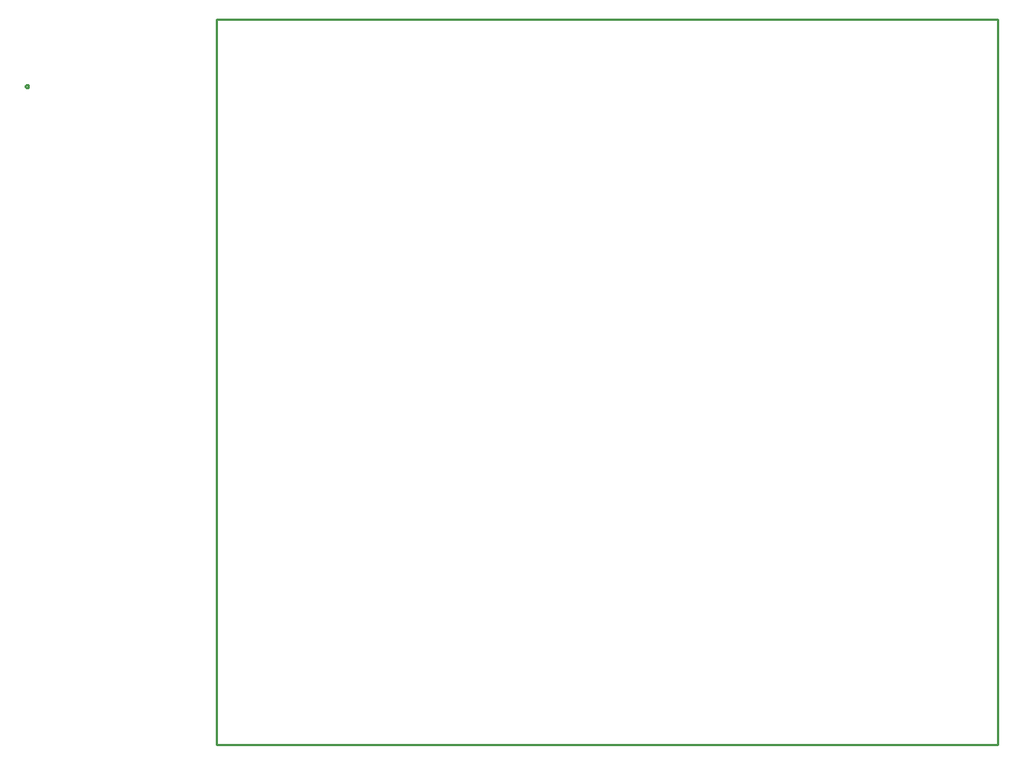
<source format=gbr>
G04 EAGLE Gerber RS-274X export*
G75*
%MOMM*%
%FSLAX34Y34*%
%LPD*%
%IN*%
%IPPOS*%
%AMOC8*
5,1,8,0,0,1.08239X$1,22.5*%
G01*
%ADD10C,0.254000*%


D10*
X0Y0D02*
X889000Y0D01*
X889000Y825500D01*
X0Y825500D01*
X0Y0D01*
X-214150Y749128D02*
X-214217Y748790D01*
X-214349Y748471D01*
X-214541Y748184D01*
X-214784Y747941D01*
X-215071Y747749D01*
X-215390Y747617D01*
X-215728Y747550D01*
X-216072Y747550D01*
X-216410Y747617D01*
X-216729Y747749D01*
X-217016Y747941D01*
X-217259Y748184D01*
X-217451Y748471D01*
X-217583Y748790D01*
X-217650Y749128D01*
X-217650Y749472D01*
X-217583Y749810D01*
X-217451Y750129D01*
X-217259Y750416D01*
X-217016Y750659D01*
X-216729Y750851D01*
X-216410Y750983D01*
X-216072Y751050D01*
X-215728Y751050D01*
X-215390Y750983D01*
X-215071Y750851D01*
X-214784Y750659D01*
X-214541Y750416D01*
X-214349Y750129D01*
X-214217Y749810D01*
X-214150Y749472D01*
X-214150Y749128D01*
M02*

</source>
